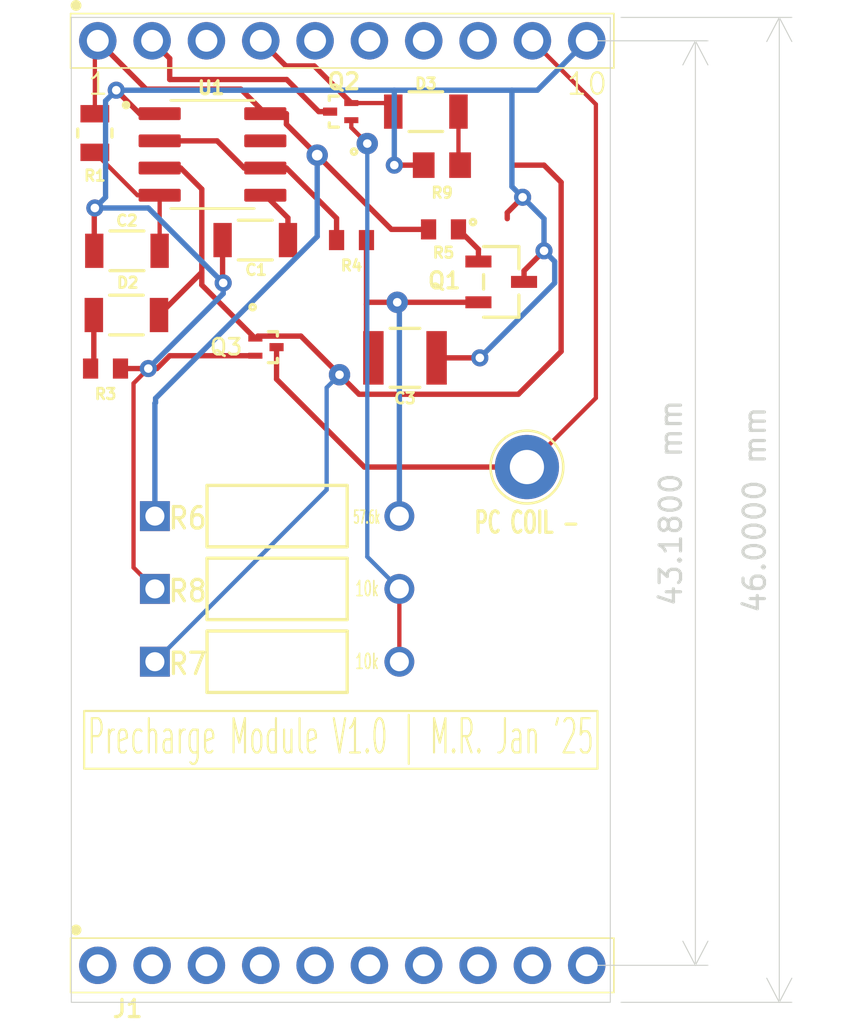
<source format=kicad_pcb>
(kicad_pcb (version 20240108) (generator "pcbnew") (generator_version "8.0")
  (layers (0 "F.Cu" signal) (31 "B.Cu" signal) (34 "B.Paste" user) (35 "F.Paste" user) (36 "B.SilkS" user "B.Silkscreen") (37 "F.SilkS" user "F.Silkscreen") (38 "B.Mask" user) (39 "F.Mask" user) (44 "Edge.Cuts" user))
  (net 0 "")
  (net 1 "Net-(Q1-C)")
  (net 2 "Net-(U1-CV)")
  (net 3 "Net-(U1-R)")
  (net 4 "Net-(D2-K)")
  (net 5 "Net-(D2-A)")
  (net 6 "Net-(D3-A)")
  (net 7 "Net-(D3-K)")
  (net 9 "Net-(Q2-D)")
  (net 12 "Net-(J1-Pad9)")
  (net 13 "Net-(U1-VCC)")
  (net 16 "Net-(Q1-E)")
  (net 17 "Net-(Q1-B)")
  (net 18 "Net-(Q2-G)")
  (net 19 "Net-(U1-THR)")
  (footprint "Yellow RTDS LED:LED_AP3216SYD_KNB" (layer "F.Cu") (at 66.139 28.7084 180)
    (property "Reference" "D3" (at 0 1.3084 0) (layer "F.SilkS") (effects (font (size 0.5 0.5) (thickness 0.125))))
    (property "Value" "LED (Test)")
    (fp_line (start 0.78465 -0.9271) (end -0.78465 -0.9271) (stroke (width 0.1524)) (layer "F.SilkS"))
    (fp_line (start -0.78465 0.9271) (end 0.78465 0.9271) (stroke (width 0.1524)) (layer "F.SilkS"))
    (pad "1" smd rect (at -1.524 0 180) (size 0.8636 1.6002) (layers "F.Cu" "F.Paste" "F.Mask") (net 7 "Net-(D3-K)"))
    (pad "2" smd rect (at 1.524 0 180) (size 0.8636 1.6002) (layers "F.Cu" "F.Paste" "F.Mask") (net 6 "Net-(D3-A)"))
  )
  (footprint "P-MOSFET:VESM_TOS" (layer "F.Cu") (at 58.663 39.7084 -90)
    (property "Reference" "Q3" (at -0.0084 1.863 0) (layer "F.SilkS") (effects (font (size 0.75 0.75) (thickness 0.125))))
    (property "Value" "SSM3J56MFV_L3F")
    (fp_line (start 0.7239 -0.112037) (end 0.7239 -0.5334) (stroke (width 0.1524)) (layer "F.SilkS"))
    (fp_line (start -0.7239 -0.5334) (end -0.7239 -0.112037) (stroke (width 0.1524)) (layer "F.SilkS"))
    (fp_line (start -0.52324 -0.5334) (end -0.7239 -0.5334) (stroke (width 0.1524)) (layer "F.SilkS"))
    (fp_line (start 0.7239 -0.5334) (end 0.52324 -0.5334) (stroke (width 0.1524)) (layer "F.SilkS"))
    (fp_circle (center -1.8669 0.6223) (end -1.7399 0.6223) (stroke (width 0.1524)) (fill none) (layer "F.SilkS"))
    (pad "1" smd rect (at -0.40005 0.4953 270) (size 0.2794 0.6604) (layers "F.Cu" "F.Paste" "F.Mask") (net 5 "Net-(D2-A)"))
    (pad "2" smd rect (at 0.40005 0.4953 270) (size 0.2794 0.6604) (layers "F.Cu" "F.Paste" "F.Mask") (net 1 "Net-(Q1-C)"))
    (pad "3" smd rect (at 0 -0.4953 270) (size 0.381 0.6604) (layers "F.Cu" "F.Paste" "F.Mask") (net 12 "Net-(J1-Pad9)"))
  )
  (footprint "1k Resistor:STA_RMCF0603_STP" (layer "F.Cu") (at 62.663 34.7084)
    (property "Reference" "R4" (at 0 1.1916 0) (layer "F.SilkS") (effects (font (size 0.5 0.5) (thickness 0.125))))
    (property "Value" "1k")
    (pad "1" smd rect (at -0.6985 0) (size 0.7112 0.9398) (layers "F.Cu" "F.Paste" "F.Mask") (net 19 "Net-(U1-THR)"))
    (pad "2" smd rect (at 0.6985 0) (size 0.7112 0.9398) (layers "F.Cu" "F.Paste" "F.Mask") (net 16 "Net-(Q1-E)"))
  )
  (footprint "CF14JT10K0:STA_CF14_STP" (layer "F.Cu") (at 53.47 47.6)
    (property "Reference" "R6" (at 1.53 0.1 0) (layer "F.SilkS") (effects (font (size 1 0.9))))
    (property "Value" "57.6k")
    (fp_line (start 2.4384 -1.4351) (end 2.4384 1.4351) (stroke (width 0.1524)) (layer "F.SilkS"))
    (fp_line (start 2.4384 1.4351) (end 8.9916 1.4351) (stroke (width 0.1524)) (layer "F.SilkS"))
    (fp_line (start 8.9916 -1.4351) (end 2.4384 -1.4351) (stroke (width 0.1524)) (layer "F.SilkS"))
    (fp_line (start 8.9916 1.4351) (end 8.9916 -1.4351) (stroke (width 0.1524)) (layer "F.SilkS"))
    (pad "1" thru_hole rect (at 0 0) (size 1.397 1.397) (drill 0.889) (layers "*.Cu" "*.Mask") (net 13 "Net-(U1-VCC)"))
    (pad "2" thru_hole circle (at 11.43 0) (size 1.397 1.397) (drill 0.889) (layers "*.Cu" "*.Mask") (net 16 "Net-(Q1-E)"))
  )
  (footprint "TestPoint:TestPoint_Loop_D2.60mm_Drill1.6mm_Beaded" (layer "F.Cu") (at 70.863 45.3084)
    (property "Reference" "PC COIL -" (at 0 2.5916 0) (layer "F.SilkS") (effects (font (size 1 0.6))))
    (property "Value" "TestPoint")
    (fp_circle (center 0 0) (end 1.7 0) (stroke (width 0.12)) (fill none) (layer "F.SilkS"))
    (pad "1" thru_hole circle (at 0 0) (size 3 3) (drill 1.6) (layers "*.Cu" "*.Mask") (net 12 "Net-(J1-Pad9)"))
  )
  (footprint "Transistor:SOT-23_MCC" (layer "F.Cu") (at 69.663 36.6609 -90)
    (property "Reference" "Q1" (at -0.0609 2.663 0) (layer "F.SilkS") (effects (font (size 0.75 0.75))))
    (property "Value" "SS8550")
    (fp_line (start -0.34036 0.8255) (end 0.34036 0.8255) (stroke (width 0.1524)) (layer "F.SilkS"))
    (fp_line (start 1.651 0.8255) (end 1.651 -0.8255) (stroke (width 0.1524)) (layer "F.SilkS"))
    (fp_line (start -1.651 -0.8255) (end -1.651 0.8255) (stroke (width 0.1524)) (layer "F.SilkS"))
    (fp_line (start -0.61214 -0.8255) (end -1.651 -0.8255) (stroke (width 0.1524)) (layer "F.SilkS"))
    (fp_line (start 1.651 -0.8255) (end 0.61214 -0.8255) (stroke (width 0.1524)) (layer "F.SilkS"))
    (fp_circle (center -2.794 1.3208) (end -2.667 1.3208) (stroke (width 0.1524)) (fill none) (layer "F.SilkS"))
    (pad "1" smd rect (at -0.9525 1.0668 270) (size 0.5588 1.2192) (layers "F.Cu" "F.Paste" "F.Mask") (net 17 "Net-(Q1-B)"))
    (pad "2" smd rect (at 0.9525 1.0668 270) (size 0.5588 1.2192) (layers "F.Cu" "F.Paste" "F.Mask") (net 16 "Net-(Q1-E)"))
    (pad "3" smd rect (at 0 -1.0668 270) (size 0.5588 1.2192) (layers "F.Cu" "F.Paste" "F.Mask") (net 1 "Net-(Q1-C)"))
  )
  (footprint "1k Resistor:STA_RMCF0603_STP" (layer "F.Cu") (at 51.163 40.7084)
    (property "Reference" "R3" (at 0 1.1916 0) (layer "F.SilkS") (effects (font (size 0.5 0.5) (thickness 0.125))))
    (property "Value" "1k")
    (pad "1" smd rect (at -0.6985 0) (size 0.7112 0.9398) (layers "F.Cu" "F.Paste" "F.Mask") (net 4 "Net-(D2-K)"))
    (pad "2" smd rect (at 0.6985 0) (size 0.7112 0.9398) (layers "F.Cu" "F.Paste" "F.Mask") (net 1 "Net-(Q1-C)"))
  )
  (footprint "Capacitor 47u:CAP_CL32_SAM" (layer "F.Cu") (at 65.163 40.2084)
    (property "Reference" "C3" (at 0 1.8916 0) (layer "F.SilkS") (effects (font (size 0.5 0.5) (thickness 0.125))))
    (property "Value" "47u")
    (fp_line (start -0.692451 1.377) (end 0.692451 1.377) (stroke (width 0.1524)) (layer "F.SilkS"))
    (fp_line (start 0.692451 -1.377) (end -0.692451 -1.377) (stroke (width 0.1524)) (layer "F.SilkS"))
    (pad "1" smd rect (at -1.477801 0) (size 0.9556 2.5) (layers "F.Cu" "F.Paste" "F.Mask") (net 16 "Net-(Q1-E)"))
    (pad "2" smd rect (at 1.477801 0) (size 0.9556 2.5) (layers "F.Cu" "F.Paste" "F.Mask") (net 1 "Net-(Q1-C)"))
  )
  (footprint "Yellow RTDS LED:LED_AP3216SYD_KNB" (layer "F.Cu") (at 52.139 38.2084)
    (property "Reference" "D2" (at 0.061 -1.5084 0) (layer "F.SilkS") (effects (font (size 0.5 0.5) (thickness 0.125))))
    (property "Value" "3 second timer")
    (fp_line (start -0.78465 0.9271) (end 0.78465 0.9271) (stroke (width 0.1524)) (layer "F.SilkS"))
    (fp_line (start 0.78465 -0.9271) (end -0.78465 -0.9271) (stroke (width 0.1524)) (layer "F.SilkS"))
    (pad "1" smd rect (at -1.524 0) (size 0.8636 1.6002) (layers "F.Cu" "F.Paste" "F.Mask") (net 4 "Net-(D2-K)"))
    (pad "2" smd rect (at 1.524 0) (size 0.8636 1.6002) (layers "F.Cu" "F.Paste" "F.Mask") (net 5 "Net-(D2-A)"))
  )
  (footprint "P-MOSFET:VESM_TOS" (layer "F.Cu") (at 62.1583 28.7084 90)
    (property "Reference" "Q2" (at 1.4084 0.1417 0) (layer "F.SilkS") (effects (font (size 0.75 0.75))))
    (property "Value" "AON6411")
    (fp_line (start 0.7239 -0.5334) (end 0.52324 -0.5334) (stroke (width 0.1524)) (layer "F.SilkS"))
    (fp_line (start -0.52324 -0.5334) (end -0.7239 -0.5334) (stroke (width 0.1524)) (layer "F.SilkS"))
    (fp_line (start -0.7239 -0.5334) (end -0.7239 -0.112037) (stroke (width 0.1524)) (layer "F.SilkS"))
    (fp_line (start 0.7239 -0.112037) (end 0.7239 -0.5334) (stroke (width 0.1524)) (layer "F.SilkS"))
    (fp_circle (center -1.8669 0.6223) (end -1.7399 0.6223) (stroke (width 0.1524)) (fill none) (layer "F.SilkS"))
    (pad "1" smd rect (at -0.40005 0.4953 90) (size 0.2794 0.6604) (layers "F.Cu" "F.Paste" "F.Mask") (net 18 "Net-(Q2-G)"))
    (pad "2" smd rect (at 0.40005 0.4953 90) (size 0.2794 0.6604) (layers "F.Cu" "F.Paste" "F.Mask") (net 6 "Net-(D3-A)"))
    (pad "3" smd rect (at 0 -0.4953 90) (size 0.381 0.6604) (layers "F.Cu" "F.Paste" "F.Mask") (net 9 "Net-(Q2-D)"))
  )
  (footprint "150 Ohm resistor:RC0805N_YAG" (layer "F.Cu") (at 66.888 31.2084 180)
    (property "Reference" "R9" (at -0.012 -1.2916 0) (layer "F.SilkS") (effects (font (size 0.5 0.5) (thickness 0.125))))
    (property "Value" "150R")
    (pad "1" smd rect (at -0.8509 0 180) (size 1.016 1.1938) (layers "F.Cu" "F.Paste" "F.Mask") (net 7 "Net-(D3-K)"))
    (pad "2" smd rect (at 0.8509 0 180) (size 1.016 1.1938) (layers "F.Cu" "F.Paste" "F.Mask") (net 1 "Net-(Q1-C)"))
  )
  (footprint "CF14JT10K0:STA_CF14_STP" (layer "F.Cu") (at 53.47 51)
    (property "Reference" "R8" (at 1.53 0.1 0) (layer "F.SilkS") (effects (font (size 1 0.9))))
    (property "Value" "10k")
    (fp_line (start 2.4384 -1.4351) (end 2.4384 1.4351) (stroke (width 0.1524)) (layer "F.SilkS"))
    (fp_line (start 2.4384 1.4351) (end 8.9916 1.4351) (stroke (width 0.1524)) (layer "F.SilkS"))
    (fp_line (start 8.9916 -1.4351) (end 2.4384 -1.4351) (stroke (width 0.1524)) (layer "F.SilkS"))
    (fp_line (start 8.9916 1.4351) (end 8.9916 -1.4351) (stroke (width 0.1524)) (layer "F.SilkS"))
    (pad "1" thru_hole rect (at 0 0) (size 1.397 1.397) (drill 0.889) (layers "*.Cu" "*.Mask") (net 1 "Net-(Q1-C)"))
    (pad "2" thru_hole circle (at 11.43 0) (size 1.397 1.397) (drill 0.889) (layers "*.Cu" "*.Mask") (net 18 "Net-(Q2-G)"))
  )
  (footprint "Capacitor 0.1u:CAP_CL31_SAM" (layer "F.Cu") (at 58.163 34.7084)
    (property "Reference" "C1" (at 0.037 1.3916 0) (layer "F.SilkS") (effects (font (size 0.5 0.5) (thickness 0.125))))
    (property "Value" "0.1u")
    (fp_line (start -0.792451 0.927) (end 0.792451 0.927) (stroke (width 0.1524)) (layer "F.SilkS"))
    (fp_line (start 0.792451 -0.927) (end -0.792451 -0.927) (stroke (width 0.1524)) (layer "F.SilkS"))
    (pad "1" smd rect (at -1.527801 0) (size 0.8556 1.6) (layers "F.Cu" "F.Paste" "F.Mask") (net 1 "Net-(Q1-C)"))
    (pad "2" smd rect (at 1.527801 0) (size 0.8556 1.6) (layers "F.Cu" "F.Paste" "F.Mask") (net 2 "Net-(U1-CV)"))
  )
  (footprint "Capacitor 0.1u:CAP_CL31_SAM" (layer "F.Cu") (at 52.163 35.2084)
    (property "Reference" "C2" (at 0 -1.4084 0) (layer "F.SilkS") (effects (font (size 0.5 0.5) (thickness 0.125))))
    (property "Value" "0.1u")
    (fp_line (start -0.792451 0.927) (end 0.792451 0.927) (stroke (width 0.1524)) (layer "F.SilkS"))
    (fp_line (start 0.792451 -0.927) (end -0.792451 -0.927) (stroke (width 0.1524)) (layer "F.SilkS"))
    (pad "1" smd rect (at -1.527801 0) (size 0.8556 1.6) (layers "F.Cu" "F.Paste" "F.Mask") (net 1 "Net-(Q1-C)"))
    (pad "2" smd rect (at 1.527801 0) (size 0.8556 1.6) (layers "F.Cu" "F.Paste" "F.Mask") (net 3 "Net-(U1-R)"))
  )
  (footprint "1k Resistor:STA_RMCF0603_STP" (layer "F.Cu") (at 66.9645 34.2084)
    (property "Reference" "R5" (at 0 1.0916 0) (layer "F.SilkS") (effects (font (size 0.5 0.5) (thickness 0.125))))
    (property "Value" "1k")
    (pad "1" smd rect (at -0.6985 0) (size 0.7112 0.9398) (layers "F.Cu" "F.Paste" "F.Mask") (net 13 "Net-(U1-VCC)"))
    (pad "2" smd rect (at 0.6985 0) (size 0.7112 0.9398) (layers "F.Cu" "F.Paste" "F.Mask") (net 17 "Net-(Q1-B)"))
  )
  (footprint "CF14JT10K0:STA_CF14_STP" (layer "F.Cu") (at 53.47 54.4)
    (property "Reference" "R7" (at 1.53 0.1 0) (layer "F.SilkS") (effects (font (size 1 0.9))))
    (property "Value" "10k")
    (fp_line (start 2.4384 -1.4351) (end 2.4384 1.4351) (stroke (width 0.1524)) (layer "F.SilkS"))
    (fp_line (start 2.4384 1.4351) (end 8.9916 1.4351) (stroke (width 0.1524)) (layer "F.SilkS"))
    (fp_line (start 8.9916 -1.4351) (end 2.4384 -1.4351) (stroke (width 0.1524)) (layer "F.SilkS"))
    (fp_line (start 8.9916 1.4351) (end 8.9916 -1.4351) (stroke (width 0.1524)) (layer "F.SilkS"))
    (pad "1" thru_hole rect (at 0 0) (size 1.397 1.397) (drill 0.889) (layers "*.Cu" "*.Mask") (net 5 "Net-(D2-A)"))
    (pad "2" thru_hole circle (at 11.43 0) (size 1.397 1.397) (drill 0.889) (layers "*.Cu" "*.Mask") (net 18 "Net-(Q2-G)"))
  )
  (footprint "10 pin output:1X10-2.54MM-THT" (layer "F.Cu") (at 50.8 68.58)
    (property "Reference" "J1" (at 1.397 2.032 0) (layer "F.SilkS") (effects (font (size 0.8 0.8))))
    (property "Value" "PH1-10-UA")
    (fp_line (start -1.27 -1.27) (end -1.27 1.27) (stroke (width 0.0762)) (layer "F.SilkS"))
    (fp_line (start -1.27 -1.27) (end 24.13 -1.27) (stroke (width 0.0762)) (layer "F.SilkS"))
    (fp_line (start 24.13 -1.27) (end 24.13 1.27) (stroke (width 0.0762)) (layer "F.SilkS"))
    (fp_line (start 24.13 1.27) (end -1.27 1.27) (stroke (width 0.0762)) (layer "F.SilkS"))
    (fp_circle (center -1.016 -1.651) (end -0.762 -1.651) (fill solid) (layer "F.SilkS"))
    (pad "1" thru_hole circle (at 0 0) (size 1.75 1.75) (drill 1.02) (layers "*.Cu" "*.Mask"))
    (pad "2" thru_hole circle (at 2.54 0) (size 1.75 1.75) (drill 1.02) (layers "*.Cu" "*.Mask"))
    (pad "3" thru_hole circle (at 5.08 0) (size 1.75 1.75) (drill 1.02) (layers "*.Cu" "*.Mask"))
    (pad "4" thru_hole circle (at 7.62 0) (size 1.75 1.75) (drill 1.02) (layers "*.Cu" "*.Mask"))
    (pad "5" thru_hole circle (at 10.16 0) (size 1.75 1.75) (drill 1.02) (layers "*.Cu" "*.Mask"))
    (pad "6" thru_hole circle (at 12.7 0) (size 1.75 1.75) (drill 1.02) (layers "*.Cu" "*.Mask"))
    (pad "7" thru_hole circle (at 15.24 0) (size 1.75 1.75) (drill 1.02) (layers "*.Cu" "*.Mask"))
    (pad "8" thru_hole circle (at 17.78 0) (size 1.75 1.75) (drill 1.02) (layers "*.Cu" "*.Mask"))
    (pad "9" thru_hole circle (at 20.32 0) (size 1.75 1.75) (drill 1.02) (layers "*.Cu" "*.Mask"))
    (pad "10" thru_hole circle (at 22.86 0) (size 1.75 1.75) (drill 1.02) (layers "*.Cu" "*.Mask"))
  )
  (footprint "555 Timer:SOIC127P599X175-8N" (layer "F.Cu") (at 56.163 30.7084)
    (property "Reference" "U1" (at -0.063 -3.1084 0) (layer "F.SilkS") (effects (font (size 0.6 0.6))))
    (property "Value" "NE555D")
    (fp_line (start -1.95 -2.525) (end 1.95 -2.525) (stroke (width 0.127)) (layer "F.SilkS"))
    (fp_line (start -1.95 2.525) (end 1.95 2.525) (stroke (width 0.127)) (layer "F.SilkS"))
    (fp_circle (center -4.04 -2.305) (end -3.94 -2.305) (stroke (width 0.2)) (fill none) (layer "F.SilkS"))
    (pad "1" smd roundrect (at -2.47 -1.905) (size 1.97 0.6) (layers "F.Cu" "F.Paste" "F.Mask") (roundrect_rratio 0.125) (net 1 "Net-(Q1-C)"))
    (pad "2" smd roundrect (at -2.47 -0.635) (size 1.97 0.6) (layers "F.Cu" "F.Paste" "F.Mask") (roundrect_rratio 0.125) (net 19 "Net-(U1-THR)"))
    (pad "3" smd roundrect (at -2.47 0.635) (size 1.97 0.6) (layers "F.Cu" "F.Paste" "F.Mask") (roundrect_rratio 0.125) (net 5 "Net-(D2-A)"))
    (pad "4" smd roundrect (at -2.47 1.905) (size 1.97 0.6) (layers "F.Cu" "F.Paste" "F.Mask") (roundrect_rratio 0.125) (net 3 "Net-(U1-R)"))
    (pad "5" smd roundrect (at 2.47 1.905) (size 1.97 0.6) (layers "F.Cu" "F.Paste" "F.Mask") (roundrect_rratio 0.125) (net 2 "Net-(U1-CV)"))
    (pad "6" smd roundrect (at 2.47 0.635) (size 1.97 0.6) (layers "F.Cu" "F.Paste" "F.Mask") (roundrect_rratio 0.125) (net 19 "Net-(U1-THR)"))
    (pad "7" smd roundrect (at 2.47 -0.635) (size 1.97 0.6) (layers "F.Cu" "F.Paste" "F.Mask") (roundrect_rratio 0.125))
    (pad "8" smd roundrect (at 2.47 -1.905) (size 1.97 0.6) (layers "F.Cu" "F.Paste" "F.Mask") (roundrect_rratio 0.125) (net 13 "Net-(U1-VCC)"))
  )
  (footprint "22k resistor:STA_RMCF0805_STP" (layer "F.Cu") (at 50.663 29.7084 90)
    (property "Reference" "R1" (at -1.9916 0 0) (layer "F.SilkS") (effects (font (size 0.5 0.5) (thickness 0.125))))
    (property "Value" "22k")
    (fp_line (start 0.18775 -0.8001) (end -0.18775 -0.8001) (stroke (width 0.1524)) (layer "F.SilkS"))
    (fp_line (start -0.18775 0.8001) (end 0.18775 0.8001) (stroke (width 0.1524)) (layer "F.SilkS"))
    (pad "1" smd rect (at -0.9017 0 90) (size 0.8128 1.3462) (layers "F.Cu" "F.Paste" "F.Mask") (net 3 "Net-(U1-R)"))
    (pad "2" smd rect (at 0.9017 0 90) (size 0.8128 1.3462) (layers "F.Cu" "F.Paste" "F.Mask") (net 13 "Net-(U1-VCC)"))
  )
  (footprint "10 pin output:1X10-2.54MM-THT" (layer "F.Cu") (at 50.8 25.4)
    (property "Reference" "J1" (hide yes))
    (property "Value" "PH1-10-UA")
    (fp_line (start -1.27 -1.27) (end -1.27 1.27) (stroke (width 0.0762)) (layer "F.SilkS"))
    (fp_line (start -1.27 -1.27) (end 24.13 -1.27) (stroke (width 0.0762)) (layer "F.SilkS"))
    (fp_line (start 24.13 -1.27) (end 24.13 1.27) (stroke (width 0.0762)) (layer "F.SilkS"))
    (fp_line (start 24.13 1.27) (end -1.27 1.27) (stroke (width 0.0762)) (layer "F.SilkS"))
    (fp_circle (center -1.016 -1.651) (end -0.762 -1.651) (fill solid) (layer "F.SilkS"))
    (pad "1" thru_hole circle (at 0 0) (size 1.75 1.75) (drill 1.02) (layers "*.Cu" "*.Mask") (net 13 "Net-(U1-VCC)"))
    (pad "2" thru_hole circle (at 2.54 0) (size 1.75 1.75) (drill 1.02) (layers "*.Cu" "*.Mask") (net 9 "Net-(Q2-D)"))
    (pad "3" thru_hole circle (at 5.08 0) (size 1.75 1.75) (drill 1.02) (layers "*.Cu" "*.Mask"))
    (pad "4" thru_hole circle (at 7.62 0) (size 1.75 1.75) (drill 1.02) (layers "*.Cu" "*.Mask") (net 6 "Net-(D3-A)"))
    (pad "5" thru_hole circle (at 10.16 0) (size 1.75 1.75) (drill 1.02) (layers "*.Cu" "*.Mask"))
    (pad "6" thru_hole circle (at 12.7 0) (size 1.75 1.75) (drill 1.02) (layers "*.Cu" "*.Mask"))
    (pad "7" thru_hole circle (at 15.24 0) (size 1.75 1.75) (drill 1.02) (layers "*.Cu" "*.Mask"))
    (pad "8" thru_hole circle (at 17.78 0) (size 1.75 1.75) (drill 1.02) (layers "*.Cu" "*.Mask"))
    (pad "9" thru_hole circle (at 20.32 0) (size 1.75 1.75) (drill 1.02) (layers "*.Cu" "*.Mask") (net 12 "Net-(J1-Pad9)"))
    (pad "10" thru_hole circle (at 22.86 0) (size 1.75 1.75) (drill 1.02) (layers "*.Cu" "*.Mask") (net 1 "Net-(Q1-C)"))
  )
  (gr_rect (start 50.163 56.7) (end 74.163 59.4) (stroke (width 0.1)) (fill none) (layer "F.SilkS"))
  (gr_rect (start 49.563 24.3084) (end 74.763 70.3084) (stroke (width 0.05)) (fill none) (layer "Edge.Cuts"))
  (gr_text "1" (at 50.27381 28 0) (layer "F.SilkS") (effects (font (size 1 1) (thickness 0.1)) (justify left bottom)))
  (gr_text "10" (at 72.657619 28 0) (layer "F.SilkS") (effects (font (size 1 1) (thickness 0.1)) (justify left bottom)))
  (gr_text "10k\n" (at 62.8 51.4 0) (layer "F.SilkS") (effects (font (size 0.7 0.4) (thickness 0.075)) (justify left bottom)))
  (gr_text "10k\n" (at 62.8 54.8 0) (layer "F.SilkS") (effects (font (size 0.7 0.4) (thickness 0.075)) (justify left bottom)))
  (gr_text "Precharge Module V1.0 | M.R. Jan '25\n" (at 50.264427 58.8385 0) (layer "F.SilkS") (effects (font (size 1.6 0.8) (thickness 0.1)) (justify left bottom)))
  (gr_text "57.6k" (at 62.7 48 0) (layer "F.SilkS") (effects (font (size 0.6 0.3) (thickness 0.075)) (justify left bottom)))
  (dimension (type aligned) (layer "Edge.Cuts") (pts (xy 74.763 24.3084) (xy 74.763 70.3084)) (height -7.9) (gr_text "46.0000 mm" (at 81.513 47.3084 90) (layer "Edge.Cuts") (effects (font (size 1 1) (thickness 0.15)))) (format (prefix "") (suffix "") (units 3) (units_format 1) (precision 4)) (style (thickness 0.05) (arrow_length 1.27) (text_position_mode 0) (extension_height 0.58642) (extension_offset 0.5) keep_text_aligned))
  (dimension (type aligned) (layer "Edge.Cuts") (pts (xy 73.66 68.58) (xy 73.66 25.4)) (height 5.08) (gr_text "43.1800 mm" (at 77.59 46.99 90) (layer "Edge.Cuts") (effects (font (size 1 1) (thickness 0.15)))) (format (prefix "") (suffix "") (units 3) (units_format 1) (precision 4)) (style (thickness 0.05) (arrow_length 1.27) (text_position_mode 0) (extension_height 0.58642) (extension_offset 0.5) keep_text_aligned))
  (segment (start 66.163 31.2084) (end 64.663 31.2084) (width 0.25) (layer "F.Cu") (net 1))
  (segment (start 53.693 28.8034) (end 52.758 28.8034) (width 0.25) (layer "F.Cu") (net 1))
  (segment (start 53.163 40.7084) (end 53.563 40.7084) (width 0.25) (layer "F.Cu") (net 1))
  (segment (start 56.635199 36.680599) (end 56.663 36.7084) (width 0.25) (layer "F.Cu") (net 1))
  (segment (start 70.7298 36.1416) (end 71.663 35.2084) (width 0.25) (layer "F.Cu") (net 1))
  (segment (start 56.635199 34.7084) (end 56.635199 36.680599) (width 0.25) (layer "F.Cu") (net 1))
  (segment (start 69.944 33.4274) (end 70.663 32.7084) (width 0.25) (layer "F.Cu") (net 1))
  (segment (start 70.7298 36.6609) (end 70.7298 36.1416) (width 0.25) (layer "F.Cu") (net 1))
  (segment (start 66.640801 40.2084) (end 68.663 40.2084) (width 0.25) (layer "F.Cu") (net 1))
  (segment (start 51.8615 40.7084) (end 53.163 40.7084) (width 0.25) (layer "F.Cu") (net 1))
  (segment (start 53.563 40.7084) (end 54.16295 40.10845) (width 0.25) (layer "F.Cu") (net 1))
  (segment (start 52.758 28.8034) (end 51.663 27.7084) (width 0.25) (layer "F.Cu") (net 1))
  (segment (start 53.47 51) (end 52.4715 50.0015) (width 0.2) (layer "F.Cu") (net 1))
  (segment (start 50.635199 33.236201) (end 50.663 33.2084) (width 0.25) (layer "F.Cu") (net 1))
  (segment (start 69.944 33.7084) (end 69.944 33.4274) (width 0.25) (layer "F.Cu") (net 1))
  (segment (start 52.4715 41.3999) (end 53.163 40.7084) (width 0.2) (layer "F.Cu") (net 1))
  (segment (start 52.4715 50.0015) (end 52.4715 41.3999) (width 0.2) (layer "F.Cu") (net 1))
  (segment (start 54.16295 40.10845) (end 58.1677 40.10845) (width 0.25) (layer "F.Cu") (net 1))
  (segment (start 50.635199 35.2084) (end 50.635199 33.236201) (width 0.25) (layer "F.Cu") (net 1))
  (via (at 71.663 35.2084) (size 0.8) (drill 0.4) (layers "F.Cu" "B.Cu") (net 1))
  (via (at 53.163 40.7084) (size 0.8) (drill 0.4) (layers "F.Cu" "B.Cu") (net 1))
  (via (at 50.663 33.2084) (size 0.8) (drill 0.4) (layers "F.Cu" "B.Cu") (net 1))
  (via (at 64.663 31.2084) (size 0.8) (drill 0.4) (layers "F.Cu" "B.Cu") (net 1))
  (via (at 51.663 27.7084) (size 0.8) (drill 0.4) (layers "F.Cu" "B.Cu") (net 1))
  (via (at 56.663 36.7084) (size 0.8) (drill 0.4) (layers "F.Cu" "B.Cu") (net 1))
  (via (at 70.663 32.7084) (size 0.8) (drill 0.4) (layers "F.Cu" "B.Cu") (net 1))
  (via (at 68.663 40.2084) (size 0.8) (drill 0.4) (layers "F.Cu" "B.Cu") (net 1))
  (segment (start 53.163 40.7084) (end 56.663 37.2084) (width 0.25) (layer "B.Cu") (net 1))
  (segment (start 51.163 32.7084) (end 51.163 28.2084) (width 0.25) (layer "B.Cu") (net 1))
  (segment (start 51.163 28.2084) (end 51.663 27.7084) (width 0.25) (layer "B.Cu") (net 1))
  (segment (start 50.663 33.2084) (end 53.163 33.2084) (width 0.25) (layer "B.Cu") (net 1))
  (segment (start 51.663 27.7084) (end 64.663 27.7084) (width 0.25) (layer "B.Cu") (net 1))
  (segment (start 50.663 33.2084) (end 51.163 32.7084) (width 0.25) (layer "B.Cu") (net 1))
  (segment (start 64.663 27.7084) (end 70.163 27.7084) (width 0.25) (layer "B.Cu") (net 1))
  (segment (start 72.163 35.7084) (end 72.163 36.7084) (width 0.25) (layer "B.Cu") (net 1))
  (segment (start 70.163 27.7084) (end 70.163 32.2084) (width 0.25) (layer "B.Cu") (net 1))
  (segment (start 72.163 36.7084) (end 68.663 40.2084) (width 0.25) (layer "B.Cu") (net 1))
  (segment (start 56.663 37.2084) (end 56.663 36.7084) (width 0.25) (layer "B.Cu") (net 1))
  (segment (start 70.163 32.2084) (end 70.663 32.7084) (width 0.25) (layer "B.Cu") (net 1))
  (segment (start 70.163 27.7084) (end 71.3516 27.7084) (width 0.25) (layer "B.Cu") (net 1))
  (segment (start 53.163 33.2084) (end 56.663 36.7084) (width 0.25) (layer "B.Cu") (net 1))
  (segment (start 71.663 33.7084) (end 71.663 35.2084) (width 0.25) (layer "B.Cu") (net 1))
  (segment (start 70.663 32.7084) (end 71.663 33.7084) (width 0.25) (layer "B.Cu") (net 1))
  (segment (start 71.3516 27.7084) (end 73.66 25.4) (width 0.25) (layer "B.Cu") (net 1))
  (segment (start 71.663 35.2084) (end 72.163 35.7084) (width 0.25) (layer "B.Cu") (net 1))
  (segment (start 64.663 31.2084) (end 64.663 27.7084) (width 0.25) (layer "B.Cu") (net 1))
  (segment (start 58.633 32.6134) (end 59.690801 33.671201) (width 0.25) (layer "F.Cu") (net 2))
  (segment (start 59.690801 33.671201) (end 59.690801 34.7084) (width 0.25) (layer "F.Cu") (net 2))
  (segment (start 50.663 30.6209) (end 52.6555 32.6134) (width 0.2) (layer "F.Cu") (net 3))
  (segment (start 52.6555 32.6134) (end 53.693 32.6134) (width 0.2) (layer "F.Cu") (net 3))
  (segment (start 53.693 32.6134) (end 53.693 35.206201) (width 0.2) (layer "F.Cu") (net 3))
  (segment (start 53.693 35.206201) (end 53.690801 35.2084) (width 0.2) (layer "F.Cu") (net 3))
  (segment (start 50.615 38.2084) (end 50.615 40.5579) (width 0.25) (layer "F.Cu") (net 4))
  (segment (start 50.615 40.5579) (end 50.4645 40.7084) (width 0.25) (layer "F.Cu") (net 4))
  (segment (start 55.663 36.2084) (end 53.663 38.2084) (width 0.25) (layer "F.Cu") (net 5))
  (segment (start 60.2975 39.1929) (end 62.1023 40.9977) (width 0.25) (layer "F.Cu") (net 5))
  (segment (start 72.463 39.9084) (end 72.463 32.0084) (width 0.25) (layer "F.Cu") (net 5))
  (segment (start 62.1023 40.9977) (end 63.013 41.9084) (width 0.25) (layer "F.Cu") (net 5))
  (segment (start 70.463 41.9084) (end 72.463 39.9084) (width 0.25) (layer "F.Cu") (net 5))
  (segment (start 55.663 36.2084) (end 55.663 36.80365) (width 0.25) (layer "F.Cu") (net 5))
  (segment (start 55.663 36.80365) (end 58.1677 39.30835) (width 0.25) (layer "F.Cu") (net 5))
  (segment (start 58.28315 39.1929) (end 60.2975 39.1929) (width 0.25) (layer "F.Cu") (net 5))
  (segment (start 72.463 32.0084) (end 71.663 31.2084) (width 0.25) (layer "F.Cu") (net 5))
  (segment (start 54.677999 31.3434) (end 55.663 32.328401) (width 0.25) (layer "F.Cu") (net 5))
  (segment (start 53.693 31.3434) (end 54.677999 31.3434) (width 0.25) (layer "F.Cu") (net 5))
  (segment (start 71.663 31.2084) (end 70.225 31.2084) (width 0.25) (layer "F.Cu") (net 5))
  (segment (start 55.663 32.328401) (end 55.663 36.2084) (width 0.25) (layer "F.Cu") (net 5))
  (segment (start 58.1677 39.30835) (end 58.28315 39.1929) (width 0.25) (layer "F.Cu") (net 5))
  (segment (start 63.013 41.9084) (end 70.463 41.9084) (width 0.25) (layer "F.Cu") (net 5))
  (via (at 62.1023 40.9977) (size 1) (drill 0.4) (layers "F.Cu" "B.Cu") (net 5))
  (segment (start 53.47 54.4) (end 61.5 46.37) (width 0.2) (layer "B.Cu") (net 5))
  (segment (start 61.5 41.6) (end 62.1023 40.9977) (width 0.2) (layer "B.Cu") (net 5))
  (segment (start 61.5 46.37) (end 61.5 41.6) (width 0.2) (layer "B.Cu") (net 5))
  (segment (start 64.21495 28.30835) (end 64.615 28.7084) (width 0.2) (layer "F.Cu") (net 6))
  (segment (start 62.6536 28.30835) (end 60.92025 26.575) (width 0.25) (layer "F.Cu") (net 6))
  (segment (start 62.6536 28.30835) (end 64.21495 28.30835) (width 0.2) (layer "F.Cu") (net 6))
  (segment (start 60.92025 26.575) (end 59.595 26.575) (width 0.25) (layer "F.Cu") (net 6))
  (segment (start 59.595 26.575) (end 58.42 25.4) (width 0.25) (layer "F.Cu") (net 6))
  (segment (start 67.663 31.1584) (end 67.613 31.2084) (width 0.2) (layer "F.Cu") (net 7))
  (segment (start 67.663 28.7084) (end 67.663 31.1584) (width 0.2) (layer "F.Cu") (net 7))
  (segment (start 61.1328 28.7084) (end 59.6328 27.2084) (width 0.25) (layer "F.Cu") (net 9))
  (segment (start 54.163 27.2084) (end 54.163 26.223) (width 0.25) (layer "F.Cu") (net 9))
  (segment (start 61.663 28.7084) (end 61.1328 28.7084) (width 0.25) (layer "F.Cu") (net 9))
  (segment (start 54.163 26.223) (end 53.34 25.4) (width 0.25) (layer "F.Cu") (net 9))
  (segment (start 59.6328 27.2084) (end 54.163 27.2084) (width 0.25) (layer "F.Cu") (net 9))
  (segment (start 74.088 28.368) (end 74.088 42.0834) (width 0.2) (layer "F.Cu") (net 12))
  (segment (start 74.088 42.0834) (end 70.863 45.3084) (width 0.2) (layer "F.Cu") (net 12))
  (segment (start 63.263 45.3084) (end 70.863 45.3084) (width 0.25) (layer "F.Cu") (net 12))
  (segment (start 71.12 25.4) (end 74.088 28.368) (width 0.2) (layer "F.Cu") (net 12))
  (segment (start 59.1583 39.7084) (end 59.1583 41.2037) (width 0.25) (layer "F.Cu") (net 12))
  (segment (start 59.1583 41.2037) (end 63.263 45.3084) (width 0.25) (layer "F.Cu") (net 12))
  (segment (start 59.617999 29.299795) (end 61.059102 30.740898) (width 0.25) (layer "F.Cu") (net 13))
  (segment (start 59.617999 28.8034) (end 59.617999 29.299795) (width 0.25) (layer "F.Cu") (net 13))
  (segment (start 58.633 28.8034) (end 57.488 27.6584) (width 0.25) (layer "F.Cu") (net 13))
  (segment (start 53.0584 27.6584) (end 50.8 25.4) (width 0.25) (layer "F.Cu") (net 13))
  (segment (start 50.663 28.7959) (end 50.663 25.537) (width 0.2) (layer "F.Cu") (net 13))
  (segment (start 59.617999 28.8034) (end 58.633 28.8034) (width 0.25) (layer "F.Cu") (net 13))
  (segment (start 50.663 25.537) (end 50.8 25.4) (width 0.2) (layer "F.Cu") (net 13))
  (segment (start 57.488 27.6584) (end 53.0584 27.6584) (width 0.25) (layer "F.Cu") (net 13))
  (segment (start 61.059102 30.740898) (end 64.526604 34.2084) (width 0.25) (layer "F.Cu") (net 13))
  (segment (start 64.526604 34.2084) (end 66.266 34.2084) (width 0.25) (layer "F.Cu") (net 13))
  (via (at 61.059102 30.740898) (size 1) (drill 0.5) (layers "F.Cu" "B.Cu") (net 13))
  (segment (start 61.059102 34.540898) (end 53.5 42.1) (width 0.25) (layer "B.Cu") (net 13))
  (segment (start 53.5 42.1) (end 53.5 42.3) (width 0.25) (layer "B.Cu") (net 13))
  (segment (start 61.059102 30.740898) (end 61.059102 34.540898) (width 0.25) (layer "B.Cu") (net 13))
  (segment (start 53.47 42.33) (end 53.47 47.6) (width 0.25) (layer "B.Cu") (net 13))
  (segment (start 53.5 42.3) (end 53.47 42.33) (width 0.25) (layer "B.Cu") (net 13))
  (segment (start 68.5962 37.6134) (end 64.8 37.6134) (width 0.25) (layer "F.Cu") (net 16))
  (segment (start 64.8 37.6134) (end 63.4565 37.6134) (width 0.25) (layer "F.Cu") (net 16))
  (segment (start 63.3615 34.7084) (end 63.3615 37.7084) (width 0.25) (layer "F.Cu") (net 16))
  (segment (start 63.3615 37.7084) (end 63.3615 39.884701) (width 0.25) (layer "F.Cu") (net 16))
  (segment (start 63.3615 39.884701) (end 63.685199 40.2084) (width 0.25) (layer "F.Cu") (net 16))
  (segment (start 63.4565 37.6134) (end 63.3615 37.7084) (width 0.25) (layer "F.Cu") (net 16))
  (via (at 64.8 37.6134) (size 1) (drill 0.4) (layers "F.Cu" "B.Cu") (net 16))
  (segment (start 64.8 37.6134) (end 64.9 37.7134) (width 0.25) (layer "B.Cu") (net 16))
  (segment (start 64.9 37.7134) (end 64.9 47.6) (width 0.25) (layer "B.Cu") (net 16))
  (segment (start 68.5962 35.7084) (end 68.5962 35.1416) (width 0.25) (layer "F.Cu") (net 17))
  (segment (start 68.5962 35.1416) (end 67.663 34.2084) (width 0.25) (layer "F.Cu") (net 17))
  (segment (start 62.6536 29.10845) (end 62.6536 29.4536) (width 0.2) (layer "F.Cu") (net 18))
  (segment (start 62.6536 29.4536) (end 63.4 30.2) (width 0.2) (layer "F.Cu") (net 18))
  (segment (start 64.9 54.4) (end 64.9 51) (width 0.2) (layer "F.Cu") (net 18))
  (via (at 63.4 30.2) (size 1) (drill 0.4) (layers "F.Cu" "B.Cu") (net 18))
  (segment (start 63.4 30.2) (end 63.4 49.5) (width 0.2) (layer "B.Cu") (net 18))
  (segment (start 63.4 49.5) (end 64.9 51) (width 0.2) (layer "B.Cu") (net 18))
  (segment (start 58.633 31.3434) (end 57.648001 31.3434) (width 0.25) (layer "F.Cu") (net 19))
  (segment (start 61.9645 33.689901) (end 61.9645 34.7084) (width 0.25) (layer "F.Cu") (net 19))
  (segment (start 58.633 31.3434) (end 59.617999 31.3434) (width 0.25) (layer "F.Cu") (net 19))
  (segment (start 57.648001 31.3434) (end 56.378001 30.0734) (width 0.25) (layer "F.Cu") (net 19))
  (segment (start 59.617999 31.3434) (end 61.9645 33.689901) (width 0.25) (layer "F.Cu") (net 19))
  (segment (start 56.378001 30.0734) (end 53.693 30.0734) (width 0.25) (layer "F.Cu") (net 19))
)
</source>
